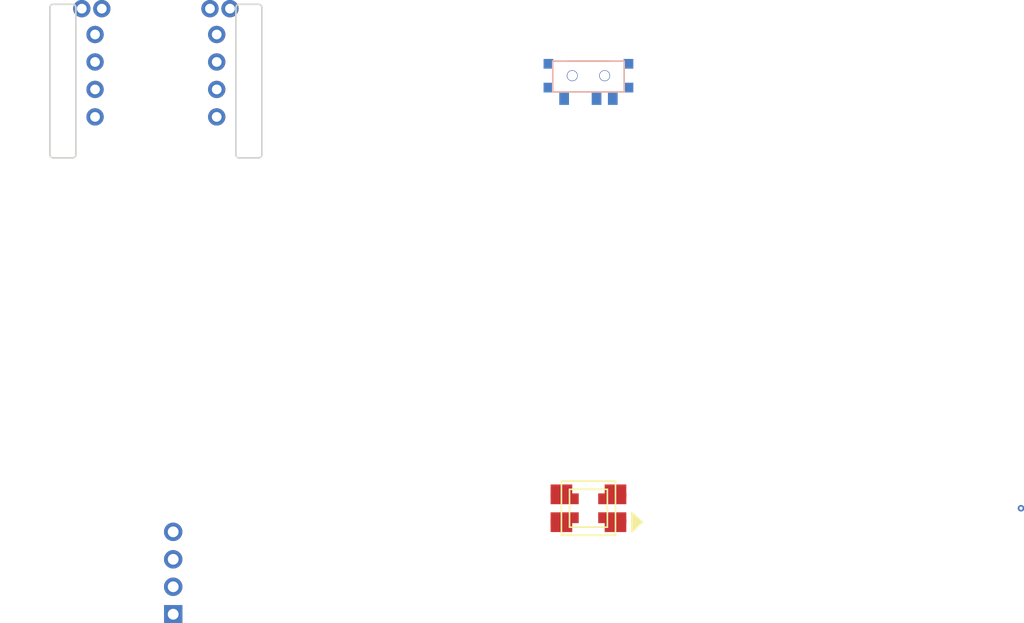
<source format=kicad_pcb>


(kicad_pcb (version 20171130) (host pcbnew 5.1.6)

  (page A3)
  (title_block
    (title "pcb")
    (rev "v9.9")
    (company "Ergogen Tests")
  )

  (general
    (thickness 1.6)
  )

  (layers
    (0 F.Cu signal)
    (31 B.Cu signal)
    (32 B.Adhes user)
    (33 F.Adhes user)
    (34 B.Paste user)
    (35 F.Paste user)
    (36 B.SilkS user)
    (37 F.SilkS user)
    (38 B.Mask user)
    (39 F.Mask user)
    (40 Dwgs.User user)
    (41 Cmts.User user)
    (42 Eco1.User user)
    (43 Eco2.User user)
    (44 Edge.Cuts user)
    (45 Margin user)
    (46 B.CrtYd user)
    (47 F.CrtYd user)
    (48 B.Fab user)
    (49 F.Fab user)
  )

  (setup
    (last_trace_width 0.25)
    (trace_clearance 0.2)
    (zone_clearance 0.508)
    (zone_45_only no)
    (trace_min 0.2)
    (via_size 0.8)
    (via_drill 0.4)
    (via_min_size 0.4)
    (via_min_drill 0.3)
    (uvia_size 0.3)
    (uvia_drill 0.1)
    (uvias_allowed no)
    (uvia_min_size 0.2)
    (uvia_min_drill 0.1)
    (edge_width 0.05)
    (segment_width 0.2)
    (pcb_text_width 0.3)
    (pcb_text_size 1.5 1.5)
    (mod_edge_width 0.12)
    (mod_text_size 1 1)
    (mod_text_width 0.15)
    (pad_size 1.524 1.524)
    (pad_drill 0.762)
    (pad_to_mask_clearance 0.05)
    (aux_axis_origin 0 0)
    (visible_elements FFFFFF7F)
    (pcbplotparams
      (layerselection 0x010fc_ffffffff)
      (usegerberextensions false)
      (usegerberattributes true)
      (usegerberadvancedattributes true)
      (creategerberjobfile true)
      (excludeedgelayer true)
      (linewidth 0.100000)
      (plotframeref false)
      (viasonmask false)
      (mode 1)
      (useauxorigin false)
      (hpglpennumber 1)
      (hpglpenspeed 20)
      (hpglpendiameter 15.000000)
      (psnegative false)
      (psa4output false)
      (plotreference true)
      (plotvalue true)
      (plotinvisibletext false)
      (padsonsilk false)
      (subtractmaskfromsilk false)
      (outputformat 1)
      (mirror false)
      (drillshape 1)
      (scaleselection 1)
      (outputdirectory ""))
  )

  (net 0 "")
(net 1 "vcc")
(net 2 "gnd")
(net 3 "sda")
(net 4 "scl")
(net 5 "din")
(net 6 "dout")
(net 7 "sf")
(net 8 "st")
(net 9 "sa")
(net 10 "sb")
(net 11 "sc")
(net 12 "sd")
(net 13 "sfrom")
(net 14 "sto")

  (net_class Default "This is the default net class."
    (clearance 0.2)
    (trace_width 0.25)
    (via_dia 0.8)
    (via_drill 0.4)
    (uvia_dia 0.3)
    (uvia_drill 0.1)
    (add_net "")
(add_net "vcc")
(add_net "gnd")
(add_net "sda")
(add_net "scl")
(add_net "din")
(add_net "dout")
(add_net "sf")
(add_net "st")
(add_net "sa")
(add_net "sb")
(add_net "sc")
(add_net "sd")
(add_net "sfrom")
(add_net "sto")
  )

  
    
        (module lib:OLED_headers (layer F.Cu) (tedit 5E1ADAC2)
        (at 0 0 0) 

                
        (fp_text reference "OLED1" (at 0 0) (layer F.SilkS) hide (effects (font (size 1.27 1.27) (thickness 0.15))))
        (fp_text value OLED (at 0 -7.3) (layer F.Fab) (effects (font (size 1 1) (thickness 0.15))))

        
        (pad 4 thru_hole oval (at 1.6 2.18 270) (size 1.7 1.7) (drill 1) (layers *.Cu *.Mask)
        (net 3 "sda"))
        (pad 3 thru_hole oval (at 1.6 4.72 270) (size 1.7 1.7) (drill 1) (layers *.Cu *.Mask)
        (net 4 "scl"))
        (pad 2 thru_hole oval (at 1.6 7.26 270) (size 1.7 1.7) (drill 1) (layers *.Cu *.Mask)
        (net 1 "vcc"))
        (pad 1 thru_hole rect (at 1.6 9.8 270) (size 1.7 1.7) (drill 1) (layers *.Cu *.Mask)
        (net 2 "gnd"))
        )
        

    
        (module WS2812B (layer F.Cu) (tedit 53BEE615)

            (at 40 0 0)

            
            (fp_text reference "LED1" (at 0 0) (layer F.SilkS) hide (effects (font (size 1.27 1.27) (thickness 0.15))))
            (fp_text value "" (at 0 0) (layer F.SilkS) hide (effects (font (size 1.27 1.27) (thickness 0.15))))

            (fp_line (start -1.75 -1.75) (end -1.75 1.75) (layer F.SilkS) (width 0.15))
            (fp_line (start -1.75 1.75) (end 1.75 1.75) (layer F.SilkS) (width 0.15))
            (fp_line (start 1.75 1.75) (end 1.75 -1.75) (layer F.SilkS) (width 0.15))
            (fp_line (start 1.75 -1.75) (end -1.75 -1.75) (layer F.SilkS) (width 0.15))

            (fp_line (start -2.5 -2.5) (end -2.5 2.5) (layer F.SilkS) (width 0.15))
            (fp_line (start -2.5 2.5) (end 2.5 2.5) (layer F.SilkS) (width 0.15))
            (fp_line (start 2.5 2.5) (end 2.5 -2.5) (layer F.SilkS) (width 0.15))
            (fp_line (start 2.5 -2.5) (end -2.5 -2.5) (layer F.SilkS) (width 0.15))

            (fp_poly (pts (xy 4 2.2) (xy 4 0.375) (xy 5 1.2875)) (layer F.SilkS) (width 0.1))

            (pad 1 smd rect (at -2.2 -0.875 0) (size 2.6 1) (layers F.Cu F.Paste F.Mask) (net 1 "vcc"))
            (pad 2 smd rect (at -2.2 0.875 0) (size 2.6 1) (layers F.Cu F.Paste F.Mask) (net 6 "dout"))
            (pad 3 smd rect (at 2.2 0.875 0) (size 2.6 1) (layers F.Cu F.Paste F.Mask) (net 2 "gnd"))
            (pad 4 smd rect (at 2.2 -0.875 0) (size 2.6 1) (layers F.Cu F.Paste F.Mask) (net 5 "din"))

            (pad 11 smd rect (at -2.5 -1.6 0) (size 2 1.2) (layers F.Cu F.Paste F.Mask) (net 1 "vcc"))
            (pad 22 smd rect (at -2.5 1.6 0) (size 2 1.2) (layers F.Cu F.Paste F.Mask) (net 6 "dout"))
            (pad 33 smd rect (at 2.5 1.6 0) (size 2 1.2) (layers F.Cu F.Paste F.Mask) (net 2 "gnd"))
            (pad 44 smd rect (at 2.5 -1.6 0) (size 2 1.2) (layers F.Cu F.Paste F.Mask) (net 5 "din"))
            
        )
    
    

        (module RollerEncoder_Panasonic_EVQWGD001 (layer F.Cu) (tedit 6040A10C)
        (at 0 -40 0)   
        (fp_text reference REF** (at 0 0 0) (layer F.Fab) (effects (font (size 1 1) (thickness 0.15))))
        (fp_text value RollerEncoder_Panasonic_EVQWGD001 (at -0.1 9 0) (layer F.Fab) (effects (font (size 1 1) (thickness 0.15))))
        
        
        (fp_line (start -8.4 -6.4) (end 8.4 -6.4) (layer Dwgs.User) (width 0.12))
        (fp_line (start 8.4 -6.4) (end 8.4 7.4) (layer Dwgs.User) (width 0.12))
        (fp_line (start 8.4 7.4) (end -8.4 7.4) (layer Dwgs.User) (width 0.12))
        (fp_line (start -8.4 7.4) (end -8.4 -6.4) (layer Dwgs.User) (width 0.12))
      
        
          
          (fp_line (start 9.8 7.3) (end 9.8 -6.3) (layer Edge.Cuts) (width 0.15))
          (fp_line (start 7.4 -6.3) (end 7.4 7.3) (layer Edge.Cuts) (width 0.15))
          (fp_line (start 9.5 -6.6) (end 7.7 -6.6) (layer Edge.Cuts) (width 0.15))
          (fp_line (start 7.7 7.6) (end 9.5 7.6) (layer Edge.Cuts) (width 0.15))
          (fp_arc (start 7.7 7.3) (end 7.4 7.3) (angle -90) (layer Edge.Cuts) (width 0.15))
          (fp_arc (start 9.5 7.3) (end 9.5 7.6) (angle -90) (layer Edge.Cuts) (width 0.15))
          (fp_arc (start 7.7 -6.3) (end 7.7 -6.6) (angle -90) (layer Edge.Cuts) (width 0.15))
          (fp_arc (start 9.5 -6.3) (end 9.8 -6.3) (angle -90) (layer Edge.Cuts) (width 0.15))

          
          (pad S1 thru_hole circle (at -6.85 -6.2 0) (size 1.6 1.6) (drill 0.9) (layers *.Cu *.Mask) (net 7 "sf"))
          (pad S2 thru_hole circle (at -5 -6.2 0) (size 1.6 1.6) (drill 0.9) (layers *.Cu *.Mask) (net 8 "st"))
          (pad A thru_hole circle (at -5.625 -3.81 0) (size 1.6 1.6) (drill 0.9) (layers *.Cu *.Mask) (net 9 "sa"))
          (pad B thru_hole circle (at -5.625 -1.27 0) (size 1.6 1.6) (drill 0.9) (layers *.Cu *.Mask) (net 10 "sb"))
          (pad C thru_hole circle (at -5.625 1.27 0) (size 1.6 1.6) (drill 0.9) (layers *.Cu *.Mask) (net 11 "sc"))
          (pad D thru_hole circle (at -5.625 3.81 0) (size 1.6 1.6) (drill 0.9) (layers *.Cu *.Mask) (net 12 "sd"))

          
          (pad "" np_thru_hole circle (at -5.625 6.3 0) (size 1.5 1.5) (drill 1.5) (layers *.Cu *.Mask))
        
        
          
          (fp_line (start -9.8 7.3) (end -9.8 -6.3) (layer Edge.Cuts) (width 0.15))
          (fp_line (start -7.4 -6.3) (end -7.4 7.3) (layer Edge.Cuts) (width 0.15))
          (fp_line (start -9.5 -6.6) (end -7.7 -6.6) (layer Edge.Cuts) (width 0.15))
          (fp_line (start -7.7 7.6) (end -9.5 7.6) (layer Edge.Cuts) (width 0.15))
          (fp_arc (start -7.7 7.3) (end -7.4 7.3) (angle 90) (layer Edge.Cuts) (width 0.15))
          (fp_arc (start -9.5 7.3) (end -9.5 7.6) (angle 90) (layer Edge.Cuts) (width 0.15))
          (fp_arc (start -7.7 -6.3) (end -7.7 -6.6) (angle 90) (layer Edge.Cuts) (width 0.15))
          (fp_arc (start -9.5 -6.3) (end -9.8 -6.3) (angle 90) (layer Edge.Cuts) (width 0.15))

          
          (pad S1 thru_hole circle (at 6.85 -6.2 0) (size 1.6 1.6) (drill 0.9) (layers *.Cu *.Mask) (net 7 "sf"))
          (pad S2 thru_hole circle (at 5 -6.2 0) (size 1.6 1.6) (drill 0.9) (layers *.Cu *.Mask) (net 8 "st"))
          (pad A thru_hole circle (at 5.625 -3.81 0) (size 1.6 1.6) (drill 0.9) (layers *.Cu *.Mask) (net 9 "sa"))
          (pad B thru_hole circle (at 5.625 -1.27 0) (size 1.6 1.6) (drill 0.9) (layers *.Cu *.Mask) (net 10 "sb"))
          (pad C thru_hole circle (at 5.625 1.27 0) (size 1.6 1.6) (drill 0.9) (layers *.Cu *.Mask) (net 11 "sc"))
          (pad D thru_hole circle (at 5.625 3.81 0) (size 1.6 1.6) (drill 0.9) (layers *.Cu *.Mask) (net 12 "sd"))

          
          (pad "" np_thru_hole circle (at 5.625 6.3 0) (size 1.5 1.5) (drill 1.5) (layers *.Cu *.Mask))
        )
        

        
        (module E73:SPDT_C128955 (layer F.Cu) (tstamp 5BF2CC3C)

            (at 40 -40 0)

            
            (fp_text reference "T1" (at 0 0) (layer F.SilkS) hide (effects (font (size 1.27 1.27) (thickness 0.15))))
            (fp_text value "" (at 0 0) (layer F.SilkS) hide (effects (font (size 1.27 1.27) (thickness 0.15))))
            
            
            (fp_line (start 1.95 -1.35) (end -1.95 -1.35) (layer B.SilkS) (width 0.15))
            (fp_line (start 0 -1.35) (end -3.3 -1.35) (layer B.SilkS) (width 0.15))
            (fp_line (start -3.3 -1.35) (end -3.3 1.5) (layer B.SilkS) (width 0.15))
            (fp_line (start -3.3 1.5) (end 3.3 1.5) (layer B.SilkS) (width 0.15))
            (fp_line (start 3.3 1.5) (end 3.3 -1.35) (layer B.SilkS) (width 0.15))
            (fp_line (start 0 -1.35) (end 3.3 -1.35) (layer B.SilkS) (width 0.15))
            
            
            (fp_line (start -1.95 -3.85) (end 1.95 -3.85) (layer Dwgs.User) (width 0.15))
            (fp_line (start 1.95 -3.85) (end 1.95 -1.35) (layer Dwgs.User) (width 0.15))
            (fp_line (start -1.95 -1.35) (end -1.95 -3.85) (layer Dwgs.User) (width 0.15))
            
            
            (pad "" np_thru_hole circle (at 1.5 0) (size 1 1) (drill 0.9) (layers *.Cu *.Mask))
            (pad "" np_thru_hole circle (at -1.5 0) (size 1 1) (drill 0.9) (layers *.Cu *.Mask))

            
            (pad 1 smd rect (at -2.25 2.075 0) (size 0.9 1.25) (layers B.Cu B.Paste B.Mask) (net 13 "sfrom"))
            (pad 2 smd rect (at 0.75 2.075 0) (size 0.9 1.25) (layers B.Cu B.Paste B.Mask) (net 14 "sto"))
            (pad 3 smd rect (at 2.25 2.075 0) (size 0.9 1.25) (layers B.Cu B.Paste B.Mask))
            
            
            (pad "" smd rect (at 3.7 -1.1 0) (size 0.9 0.9) (layers B.Cu B.Paste B.Mask))
            (pad "" smd rect (at 3.7 1.1 0) (size 0.9 0.9) (layers B.Cu B.Paste B.Mask))
            (pad "" smd rect (at -3.7 1.1 0) (size 0.9 0.9) (layers B.Cu B.Paste B.Mask))
            (pad "" smd rect (at -3.7 -1.1 0) (size 0.9 0.9) (layers B.Cu B.Paste B.Mask))
        )
        
        

      (module VIA-0.6mm (layer F.Cu) (tedit 591DBFB0)
      (at 80 0 0)   
      
      (fp_text reference REF** (at 0 1.4) (layer F.SilkS) hide (effects (font (size 1 1) (thickness 0.15))))
      (fp_text value VIA-0.6mm (at 0 -1.4) (layer F.Fab) hide (effects (font (size 1 1) (thickness 0.15))))

      
      (pad 1 thru_hole circle (at 0 0) (size 0.6 0.6) (drill 0.3) (layers *.Cu) (zone_connect 2) (net 2 "gnd"))
      )
        
  

)
</source>
